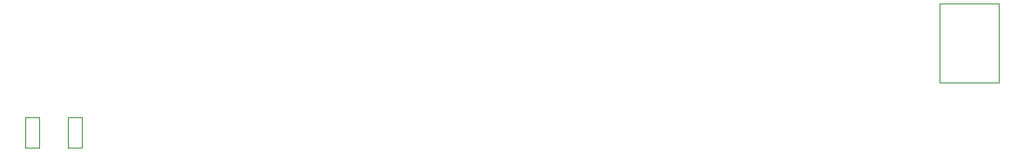
<source format=gbr>
%TF.GenerationSoftware,Altium Limited,Altium Designer,21.6.4 (81)*%
G04 Layer_Color=16711935*
%FSLAX43Y43*%
%MOMM*%
%TF.SameCoordinates,00D99F87-3ADF-4980-A611-A04F0DE90361*%
%TF.FilePolarity,Positive*%
%TF.FileFunction,Other,Mechanical_13*%
%TF.Part,Single*%
G01*
G75*
%TA.AperFunction,NonConductor*%
%ADD91C,0.100*%
D91*
X142074Y10845D02*
Y18505D01*
Y10845D02*
X147874D01*
Y18505D01*
X142074D02*
X147874D01*
X57300Y4450D02*
Y7450D01*
X58700Y4450D02*
Y7450D01*
X57300Y4450D02*
X58700D01*
X57300Y7450D02*
X58700D01*
X54550Y4450D02*
Y7450D01*
X53150Y4450D02*
Y7450D01*
X54550D01*
X53150Y4450D02*
X54550D01*
%TF.MD5,fbf789a541c73e50bcd87823c1291981*%
M02*

</source>
